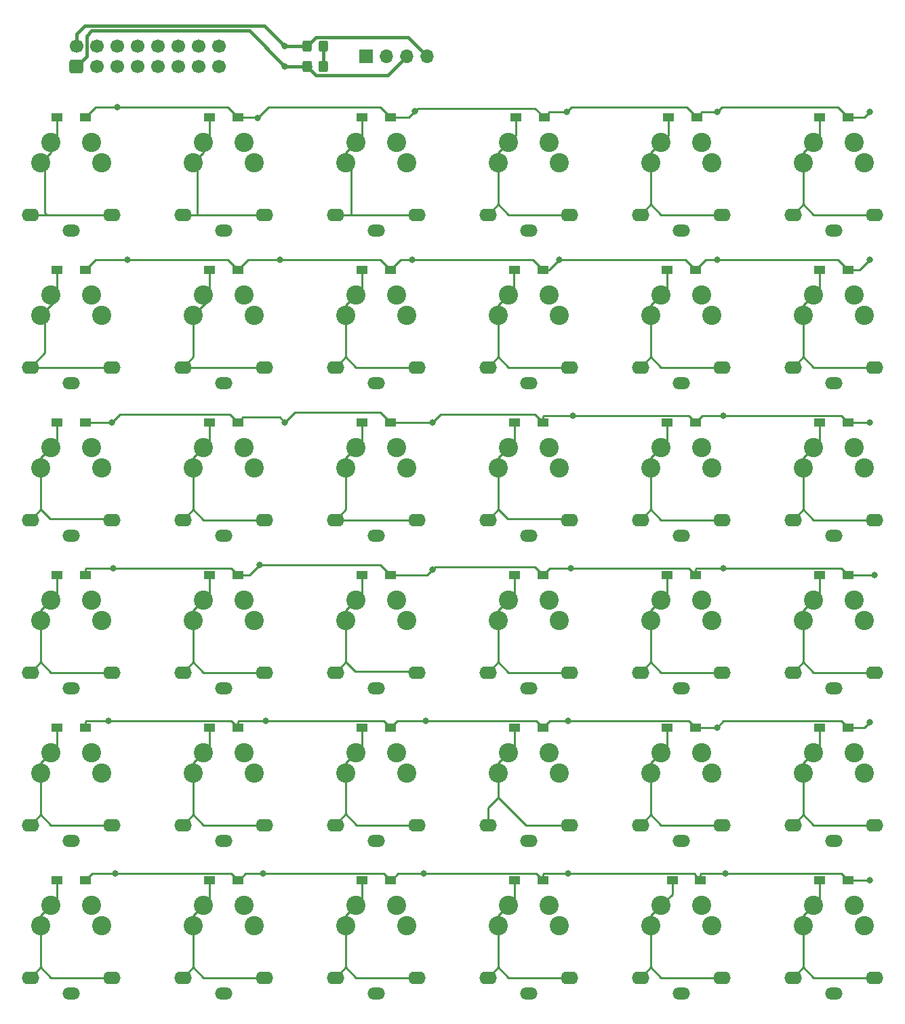
<source format=gtl>
%TF.GenerationSoftware,KiCad,Pcbnew,(5.1.12-1-10_14)*%
%TF.CreationDate,2021-11-18T22:14:17+08:00*%
%TF.ProjectId,Pragmatic,50726167-6d61-4746-9963-2e6b69636164,0.1*%
%TF.SameCoordinates,Original*%
%TF.FileFunction,Copper,L1,Top*%
%TF.FilePolarity,Positive*%
%FSLAX46Y46*%
G04 Gerber Fmt 4.6, Leading zero omitted, Abs format (unit mm)*
G04 Created by KiCad (PCBNEW (5.1.12-1-10_14)) date 2021-11-18 22:14:17*
%MOMM*%
%LPD*%
G01*
G04 APERTURE LIST*
%TA.AperFunction,ComponentPad*%
%ADD10O,1.700000X1.700000*%
%TD*%
%TA.AperFunction,ComponentPad*%
%ADD11R,1.700000X1.700000*%
%TD*%
%TA.AperFunction,ComponentPad*%
%ADD12C,2.400000*%
%TD*%
%TA.AperFunction,ComponentPad*%
%ADD13O,2.200000X1.600000*%
%TD*%
%TA.AperFunction,ComponentPad*%
%ADD14O,2.200000X1.500000*%
%TD*%
%TA.AperFunction,SMDPad,CuDef*%
%ADD15R,1.400000X1.000000*%
%TD*%
%TA.AperFunction,ComponentPad*%
%ADD16C,1.700000*%
%TD*%
%TA.AperFunction,ViaPad*%
%ADD17C,0.800000*%
%TD*%
%TA.AperFunction,Conductor*%
%ADD18C,0.250000*%
%TD*%
%TA.AperFunction,Conductor*%
%ADD19C,0.400000*%
%TD*%
G04 APERTURE END LIST*
D10*
X101600000Y-41275000D03*
X99060000Y-41275000D03*
X96520000Y-41275000D03*
D11*
X93980000Y-41275000D03*
%TA.AperFunction,SMDPad,CuDef*%
G36*
G01*
X88030000Y-42995001D02*
X88030000Y-42094999D01*
G75*
G02*
X88279999Y-41845000I249999J0D01*
G01*
X88980001Y-41845000D01*
G75*
G02*
X89230000Y-42094999I0J-249999D01*
G01*
X89230000Y-42995001D01*
G75*
G02*
X88980001Y-43245000I-249999J0D01*
G01*
X88279999Y-43245000D01*
G75*
G02*
X88030000Y-42995001I0J249999D01*
G01*
G37*
%TD.AperFunction*%
%TA.AperFunction,SMDPad,CuDef*%
G36*
G01*
X86030000Y-42995001D02*
X86030000Y-42094999D01*
G75*
G02*
X86279999Y-41845000I249999J0D01*
G01*
X86980001Y-41845000D01*
G75*
G02*
X87230000Y-42094999I0J-249999D01*
G01*
X87230000Y-42995001D01*
G75*
G02*
X86980001Y-43245000I-249999J0D01*
G01*
X86279999Y-43245000D01*
G75*
G02*
X86030000Y-42995001I0J249999D01*
G01*
G37*
%TD.AperFunction*%
%TA.AperFunction,SMDPad,CuDef*%
G36*
G01*
X88080000Y-40455001D02*
X88080000Y-39554999D01*
G75*
G02*
X88329999Y-39305000I249999J0D01*
G01*
X88980001Y-39305000D01*
G75*
G02*
X89230000Y-39554999I0J-249999D01*
G01*
X89230000Y-40455001D01*
G75*
G02*
X88980001Y-40705000I-249999J0D01*
G01*
X88329999Y-40705000D01*
G75*
G02*
X88080000Y-40455001I0J249999D01*
G01*
G37*
%TD.AperFunction*%
%TA.AperFunction,SMDPad,CuDef*%
G36*
G01*
X86030000Y-40455001D02*
X86030000Y-39554999D01*
G75*
G02*
X86279999Y-39305000I249999J0D01*
G01*
X86930001Y-39305000D01*
G75*
G02*
X87180000Y-39554999I0J-249999D01*
G01*
X87180000Y-40455001D01*
G75*
G02*
X86930001Y-40705000I-249999J0D01*
G01*
X86279999Y-40705000D01*
G75*
G02*
X86030000Y-40455001I0J249999D01*
G01*
G37*
%TD.AperFunction*%
D12*
X156210000Y-149860000D03*
D13*
X157500000Y-156300000D03*
D12*
X149860000Y-147320000D03*
X148590000Y-149860000D03*
D13*
X147300000Y-156300000D03*
D12*
X154940000Y-147320000D03*
X154940000Y-147320000D03*
D13*
X147300000Y-156300000D03*
D14*
X152400000Y-158300000D03*
D12*
X148590000Y-149860000D03*
X137160000Y-149860000D03*
D13*
X138450000Y-156300000D03*
D12*
X130810000Y-147320000D03*
X129540000Y-149860000D03*
D13*
X128250000Y-156300000D03*
D12*
X135890000Y-147320000D03*
X135890000Y-147320000D03*
D13*
X128250000Y-156300000D03*
D14*
X133350000Y-158300000D03*
D12*
X129540000Y-149860000D03*
X118110000Y-149860000D03*
D13*
X119400000Y-156300000D03*
D12*
X111760000Y-147320000D03*
X110490000Y-149860000D03*
D13*
X109200000Y-156300000D03*
D12*
X116840000Y-147320000D03*
X116840000Y-147320000D03*
D13*
X109200000Y-156300000D03*
D14*
X114300000Y-158300000D03*
D12*
X110490000Y-149860000D03*
X99060000Y-149860000D03*
D13*
X100350000Y-156300000D03*
D12*
X92710000Y-147320000D03*
X91440000Y-149860000D03*
D13*
X90150000Y-156300000D03*
D12*
X97790000Y-147320000D03*
X97790000Y-147320000D03*
D13*
X90150000Y-156300000D03*
D14*
X95250000Y-158300000D03*
D12*
X91440000Y-149860000D03*
X80010000Y-149860000D03*
D13*
X81300000Y-156300000D03*
D12*
X73660000Y-147320000D03*
X72390000Y-149860000D03*
D13*
X71100000Y-156300000D03*
D12*
X78740000Y-147320000D03*
X78740000Y-147320000D03*
D13*
X71100000Y-156300000D03*
D14*
X76200000Y-158300000D03*
D12*
X72390000Y-149860000D03*
X60960000Y-149860000D03*
D13*
X62250000Y-156300000D03*
D12*
X54610000Y-147320000D03*
X53340000Y-149860000D03*
D13*
X52050000Y-156300000D03*
D12*
X59690000Y-147320000D03*
X59690000Y-147320000D03*
D13*
X52050000Y-156300000D03*
D14*
X57150000Y-158300000D03*
D12*
X53340000Y-149860000D03*
X156210000Y-130810000D03*
D13*
X157500000Y-137250000D03*
D12*
X149860000Y-128270000D03*
X148590000Y-130810000D03*
D13*
X147300000Y-137250000D03*
D12*
X154940000Y-128270000D03*
X154940000Y-128270000D03*
D13*
X147300000Y-137250000D03*
D14*
X152400000Y-139250000D03*
D12*
X148590000Y-130810000D03*
X137160000Y-130810000D03*
D13*
X138450000Y-137250000D03*
D12*
X130810000Y-128270000D03*
X129540000Y-130810000D03*
D13*
X128250000Y-137250000D03*
D12*
X135890000Y-128270000D03*
X135890000Y-128270000D03*
D13*
X128250000Y-137250000D03*
D14*
X133350000Y-139250000D03*
D12*
X129540000Y-130810000D03*
X118110000Y-130810000D03*
D13*
X119400000Y-137250000D03*
D12*
X111760000Y-128270000D03*
X110490000Y-130810000D03*
D13*
X109200000Y-137250000D03*
D12*
X116840000Y-128270000D03*
X116840000Y-128270000D03*
D13*
X109200000Y-137250000D03*
D14*
X114300000Y-139250000D03*
D12*
X110490000Y-130810000D03*
X99060000Y-130810000D03*
D13*
X100350000Y-137250000D03*
D12*
X92710000Y-128270000D03*
X91440000Y-130810000D03*
D13*
X90150000Y-137250000D03*
D12*
X97790000Y-128270000D03*
X97790000Y-128270000D03*
D13*
X90150000Y-137250000D03*
D14*
X95250000Y-139250000D03*
D12*
X91440000Y-130810000D03*
X80010000Y-130810000D03*
D13*
X81300000Y-137250000D03*
D12*
X73660000Y-128270000D03*
X72390000Y-130810000D03*
D13*
X71100000Y-137250000D03*
D12*
X78740000Y-128270000D03*
X78740000Y-128270000D03*
D13*
X71100000Y-137250000D03*
D14*
X76200000Y-139250000D03*
D12*
X72390000Y-130810000D03*
X60960000Y-130810000D03*
D13*
X62250000Y-137250000D03*
D12*
X54610000Y-128270000D03*
X53340000Y-130810000D03*
D13*
X52050000Y-137250000D03*
D12*
X59690000Y-128270000D03*
X59690000Y-128270000D03*
D13*
X52050000Y-137250000D03*
D14*
X57150000Y-139250000D03*
D12*
X53340000Y-130810000D03*
X156210000Y-111760000D03*
D13*
X157500000Y-118200000D03*
D12*
X149860000Y-109220000D03*
X148590000Y-111760000D03*
D13*
X147300000Y-118200000D03*
D12*
X154940000Y-109220000D03*
X154940000Y-109220000D03*
D13*
X147300000Y-118200000D03*
D14*
X152400000Y-120200000D03*
D12*
X148590000Y-111760000D03*
X137160000Y-111760000D03*
D13*
X138450000Y-118200000D03*
D12*
X130810000Y-109220000D03*
X129540000Y-111760000D03*
D13*
X128250000Y-118200000D03*
D12*
X135890000Y-109220000D03*
X135890000Y-109220000D03*
D13*
X128250000Y-118200000D03*
D14*
X133350000Y-120200000D03*
D12*
X129540000Y-111760000D03*
X118110000Y-111760000D03*
D13*
X119400000Y-118200000D03*
D12*
X111760000Y-109220000D03*
X110490000Y-111760000D03*
D13*
X109200000Y-118200000D03*
D12*
X116840000Y-109220000D03*
X116840000Y-109220000D03*
D13*
X109200000Y-118200000D03*
D14*
X114300000Y-120200000D03*
D12*
X110490000Y-111760000D03*
X99060000Y-111760000D03*
D13*
X100350000Y-118200000D03*
D12*
X92710000Y-109220000D03*
X91440000Y-111760000D03*
D13*
X90150000Y-118200000D03*
D12*
X97790000Y-109220000D03*
X97790000Y-109220000D03*
D13*
X90150000Y-118200000D03*
D14*
X95250000Y-120200000D03*
D12*
X91440000Y-111760000D03*
X80010000Y-111760000D03*
D13*
X81300000Y-118200000D03*
D12*
X73660000Y-109220000D03*
X72390000Y-111760000D03*
D13*
X71100000Y-118200000D03*
D12*
X78740000Y-109220000D03*
X78740000Y-109220000D03*
D13*
X71100000Y-118200000D03*
D14*
X76200000Y-120200000D03*
D12*
X72390000Y-111760000D03*
X60960000Y-111760000D03*
D13*
X62250000Y-118200000D03*
D12*
X54610000Y-109220000D03*
X53340000Y-111760000D03*
D13*
X52050000Y-118200000D03*
D12*
X59690000Y-109220000D03*
X59690000Y-109220000D03*
D13*
X52050000Y-118200000D03*
D14*
X57150000Y-120200000D03*
D12*
X53340000Y-111760000D03*
X156210000Y-92710000D03*
D13*
X157500000Y-99150000D03*
D12*
X149860000Y-90170000D03*
X148590000Y-92710000D03*
D13*
X147300000Y-99150000D03*
D12*
X154940000Y-90170000D03*
X154940000Y-90170000D03*
D13*
X147300000Y-99150000D03*
D14*
X152400000Y-101150000D03*
D12*
X148590000Y-92710000D03*
X137160000Y-92710000D03*
D13*
X138450000Y-99150000D03*
D12*
X130810000Y-90170000D03*
X129540000Y-92710000D03*
D13*
X128250000Y-99150000D03*
D12*
X135890000Y-90170000D03*
X135890000Y-90170000D03*
D13*
X128250000Y-99150000D03*
D14*
X133350000Y-101150000D03*
D12*
X129540000Y-92710000D03*
X118110000Y-92710000D03*
D13*
X119400000Y-99150000D03*
D12*
X111760000Y-90170000D03*
X110490000Y-92710000D03*
D13*
X109200000Y-99150000D03*
D12*
X116840000Y-90170000D03*
X116840000Y-90170000D03*
D13*
X109200000Y-99150000D03*
D14*
X114300000Y-101150000D03*
D12*
X110490000Y-92710000D03*
X99060000Y-92710000D03*
D13*
X100350000Y-99150000D03*
D12*
X92710000Y-90170000D03*
X91440000Y-92710000D03*
D13*
X90150000Y-99150000D03*
D12*
X97790000Y-90170000D03*
X97790000Y-90170000D03*
D13*
X90150000Y-99150000D03*
D14*
X95250000Y-101150000D03*
D12*
X91440000Y-92710000D03*
X80010000Y-92710000D03*
D13*
X81300000Y-99150000D03*
D12*
X73660000Y-90170000D03*
X72390000Y-92710000D03*
D13*
X71100000Y-99150000D03*
D12*
X78740000Y-90170000D03*
X78740000Y-90170000D03*
D13*
X71100000Y-99150000D03*
D14*
X76200000Y-101150000D03*
D12*
X72390000Y-92710000D03*
X60960000Y-92710000D03*
D13*
X62250000Y-99150000D03*
D12*
X54610000Y-90170000D03*
X53340000Y-92710000D03*
D13*
X52050000Y-99150000D03*
D12*
X59690000Y-90170000D03*
X59690000Y-90170000D03*
D13*
X52050000Y-99150000D03*
D14*
X57150000Y-101150000D03*
D12*
X53340000Y-92710000D03*
X156210000Y-73660000D03*
D13*
X157500000Y-80100000D03*
D12*
X149860000Y-71120000D03*
X148590000Y-73660000D03*
D13*
X147300000Y-80100000D03*
D12*
X154940000Y-71120000D03*
X154940000Y-71120000D03*
D13*
X147300000Y-80100000D03*
D14*
X152400000Y-82100000D03*
D12*
X148590000Y-73660000D03*
X137160000Y-73660000D03*
D13*
X138450000Y-80100000D03*
D12*
X130810000Y-71120000D03*
X129540000Y-73660000D03*
D13*
X128250000Y-80100000D03*
D12*
X135890000Y-71120000D03*
X135890000Y-71120000D03*
D13*
X128250000Y-80100000D03*
D14*
X133350000Y-82100000D03*
D12*
X129540000Y-73660000D03*
X118110000Y-73660000D03*
D13*
X119400000Y-80100000D03*
D12*
X111760000Y-71120000D03*
X110490000Y-73660000D03*
D13*
X109200000Y-80100000D03*
D12*
X116840000Y-71120000D03*
X116840000Y-71120000D03*
D13*
X109200000Y-80100000D03*
D14*
X114300000Y-82100000D03*
D12*
X110490000Y-73660000D03*
X99060000Y-73660000D03*
D13*
X100350000Y-80100000D03*
D12*
X92710000Y-71120000D03*
X91440000Y-73660000D03*
D13*
X90150000Y-80100000D03*
D12*
X97790000Y-71120000D03*
X97790000Y-71120000D03*
D13*
X90150000Y-80100000D03*
D14*
X95250000Y-82100000D03*
D12*
X91440000Y-73660000D03*
X156210000Y-54610000D03*
D13*
X157500000Y-61050000D03*
D12*
X149860000Y-52070000D03*
X148590000Y-54610000D03*
D13*
X147300000Y-61050000D03*
D12*
X154940000Y-52070000D03*
X154940000Y-52070000D03*
D13*
X147300000Y-61050000D03*
D14*
X152400000Y-63050000D03*
D12*
X148590000Y-54610000D03*
X137160000Y-54610000D03*
D13*
X138450000Y-61050000D03*
D12*
X130810000Y-52070000D03*
X129540000Y-54610000D03*
D13*
X128250000Y-61050000D03*
D12*
X135890000Y-52070000D03*
X135890000Y-52070000D03*
D13*
X128250000Y-61050000D03*
D14*
X133350000Y-63050000D03*
D12*
X129540000Y-54610000D03*
X118110000Y-54610000D03*
D13*
X119400000Y-61050000D03*
D12*
X111760000Y-52070000D03*
X110490000Y-54610000D03*
D13*
X109200000Y-61050000D03*
D12*
X116840000Y-52070000D03*
X116840000Y-52070000D03*
D13*
X109200000Y-61050000D03*
D14*
X114300000Y-63050000D03*
D12*
X110490000Y-54610000D03*
X99060000Y-54610000D03*
D13*
X100350000Y-61050000D03*
D12*
X92710000Y-52070000D03*
X91440000Y-54610000D03*
D13*
X90150000Y-61050000D03*
D12*
X97790000Y-52070000D03*
X97790000Y-52070000D03*
D13*
X90150000Y-61050000D03*
D14*
X95250000Y-63050000D03*
D12*
X91440000Y-54610000D03*
D15*
X150625000Y-144145000D03*
X154175000Y-144145000D03*
X132210000Y-144145000D03*
X135760000Y-144145000D03*
X112525000Y-144145000D03*
X116075000Y-144145000D03*
X93475000Y-144145000D03*
X97025000Y-144145000D03*
X74425000Y-144145000D03*
X77975000Y-144145000D03*
X55375000Y-144145000D03*
X58925000Y-144145000D03*
X150625000Y-125095000D03*
X154175000Y-125095000D03*
X131575000Y-125095000D03*
X135125000Y-125095000D03*
X112525000Y-125095000D03*
X116075000Y-125095000D03*
X93475000Y-125095000D03*
X97025000Y-125095000D03*
X74425000Y-125095000D03*
X77975000Y-125095000D03*
X55375000Y-125095000D03*
X58925000Y-125095000D03*
X150625000Y-106045000D03*
X154175000Y-106045000D03*
X131575000Y-106045000D03*
X135125000Y-106045000D03*
X112525000Y-106045000D03*
X116075000Y-106045000D03*
X93475000Y-106045000D03*
X97025000Y-106045000D03*
X74425000Y-106045000D03*
X77975000Y-106045000D03*
X55375000Y-106045000D03*
X58925000Y-106045000D03*
X150625000Y-86995000D03*
X154175000Y-86995000D03*
X131575000Y-86995000D03*
X135125000Y-86995000D03*
X112525000Y-86995000D03*
X116075000Y-86995000D03*
X93475000Y-86995000D03*
X97025000Y-86995000D03*
X74425000Y-86995000D03*
X77975000Y-86995000D03*
X55375000Y-86995000D03*
X58925000Y-86995000D03*
X150625000Y-67945000D03*
X154175000Y-67945000D03*
X131575000Y-67945000D03*
X135125000Y-67945000D03*
X112525000Y-67945000D03*
X116075000Y-67945000D03*
X93475000Y-67945000D03*
X97025000Y-67945000D03*
X150625000Y-48895000D03*
X154175000Y-48895000D03*
X131705000Y-48895000D03*
X135255000Y-48895000D03*
X112655000Y-48895000D03*
X116205000Y-48895000D03*
X93475000Y-48895000D03*
X97025000Y-48895000D03*
D12*
X80010000Y-73660000D03*
D13*
X81300000Y-80100000D03*
D12*
X73660000Y-71120000D03*
X72390000Y-73660000D03*
D13*
X71100000Y-80100000D03*
D12*
X78740000Y-71120000D03*
X78740000Y-71120000D03*
D13*
X71100000Y-80100000D03*
D14*
X76200000Y-82100000D03*
D12*
X72390000Y-73660000D03*
X60960000Y-73660000D03*
D13*
X62250000Y-80100000D03*
D12*
X54610000Y-71120000D03*
X53340000Y-73660000D03*
D13*
X52050000Y-80100000D03*
D12*
X59690000Y-71120000D03*
X59690000Y-71120000D03*
D13*
X52050000Y-80100000D03*
D14*
X57150000Y-82100000D03*
D12*
X53340000Y-73660000D03*
X80010000Y-54610000D03*
D13*
X81300000Y-61050000D03*
D12*
X73660000Y-52070000D03*
X72390000Y-54610000D03*
D13*
X71100000Y-61050000D03*
D12*
X78740000Y-52070000D03*
X78740000Y-52070000D03*
D13*
X71100000Y-61050000D03*
D14*
X76200000Y-63050000D03*
D12*
X72390000Y-54610000D03*
X60960000Y-54610000D03*
D13*
X62250000Y-61050000D03*
D12*
X54610000Y-52070000D03*
X53340000Y-54610000D03*
D13*
X52050000Y-61050000D03*
D12*
X59690000Y-52070000D03*
X59690000Y-52070000D03*
D13*
X52050000Y-61050000D03*
D14*
X57150000Y-63050000D03*
D12*
X53340000Y-54610000D03*
D15*
X74425000Y-67945000D03*
X77975000Y-67945000D03*
X55375000Y-67945000D03*
X58925000Y-67945000D03*
X74425000Y-48895000D03*
X77975000Y-48895000D03*
X55375000Y-48895000D03*
X58925000Y-48895000D03*
D16*
X75565000Y-40005000D03*
X73025000Y-40005000D03*
X70485000Y-40005000D03*
X67945000Y-40005000D03*
X65405000Y-40005000D03*
X62865000Y-40005000D03*
X60325000Y-40005000D03*
X57785000Y-40005000D03*
X75565000Y-42545000D03*
X73025000Y-42545000D03*
X70485000Y-42545000D03*
X67945000Y-42545000D03*
X65405000Y-42545000D03*
X62865000Y-42545000D03*
X60325000Y-42545000D03*
%TA.AperFunction,ComponentPad*%
G36*
G01*
X58385000Y-43395000D02*
X57185000Y-43395000D01*
G75*
G02*
X56935000Y-43145000I0J250000D01*
G01*
X56935000Y-41945000D01*
G75*
G02*
X57185000Y-41695000I250000J0D01*
G01*
X58385000Y-41695000D01*
G75*
G02*
X58635000Y-41945000I0J-250000D01*
G01*
X58635000Y-43145000D01*
G75*
G02*
X58385000Y-43395000I-250000J0D01*
G01*
G37*
%TD.AperFunction*%
D17*
X62865000Y-47625000D03*
X80454999Y-48960087D03*
X118998988Y-48260000D03*
X137794992Y-48260000D03*
X156845000Y-48260000D03*
X100076000Y-48165021D03*
X83185000Y-66675000D03*
X64135000Y-66675000D03*
X99695000Y-66675000D03*
X118110000Y-66675000D03*
X137795000Y-66675000D03*
X156845000Y-66675000D03*
X83820000Y-42545000D03*
X83820000Y-86995000D03*
X62230022Y-86995000D03*
X102235000Y-86995000D03*
X119824999Y-86169999D03*
X138620001Y-86169999D03*
X156845000Y-86995000D03*
X83820000Y-40005000D03*
X102235000Y-105409982D03*
X62420001Y-105219999D03*
X80645000Y-104775000D03*
X119570001Y-105219999D03*
X138620001Y-105219999D03*
X157480000Y-106045000D03*
X61785001Y-124269999D03*
X81470001Y-124269999D03*
X101409999Y-124269999D03*
X119189999Y-124269999D03*
X137795000Y-125095000D03*
X156845000Y-124460000D03*
X62674999Y-143319999D03*
X81089999Y-143319999D03*
X101155001Y-143319999D03*
X119189999Y-143319999D03*
X138874999Y-143319999D03*
X156845000Y-144145000D03*
X88655000Y-40005000D03*
D18*
X55375000Y-48895000D02*
X55375000Y-51305000D01*
X54610000Y-52070000D02*
X54610000Y-53340000D01*
X54610000Y-53340000D02*
X53340000Y-54610000D01*
X55375000Y-51305000D02*
X54610000Y-52070000D01*
X52050000Y-61050000D02*
X62250000Y-61050000D01*
X53848000Y-60833000D02*
X54065000Y-61050000D01*
X54065000Y-61050000D02*
X53885000Y-61050000D01*
X53848000Y-55118000D02*
X53848000Y-60833000D01*
X53340000Y-54610000D02*
X53848000Y-55118000D01*
X76705000Y-47625000D02*
X77975000Y-48895000D01*
X60195000Y-47625000D02*
X76705000Y-47625000D01*
X58925000Y-48895000D02*
X60195000Y-47625000D01*
X135255000Y-48895000D02*
X135255000Y-49010000D01*
X77975000Y-48895000D02*
X80389912Y-48895000D01*
X80389912Y-48895000D02*
X80454999Y-48960087D01*
X97025000Y-48895000D02*
X95755000Y-47625000D01*
X81790086Y-47625000D02*
X80454999Y-48960087D01*
X95755000Y-47625000D02*
X81790086Y-47625000D01*
X116840000Y-48260000D02*
X118998988Y-48260000D01*
X116205000Y-48895000D02*
X116840000Y-48260000D01*
X135890000Y-48260000D02*
X137794992Y-48260000D01*
X135255000Y-48895000D02*
X135890000Y-48260000D01*
X156210000Y-48895000D02*
X156845000Y-48260000D01*
X154175000Y-48895000D02*
X156210000Y-48895000D01*
X119633988Y-47625000D02*
X118998988Y-48260000D01*
X133985000Y-47625000D02*
X119633988Y-47625000D01*
X135255000Y-48895000D02*
X133985000Y-47625000D01*
X152905000Y-47625000D02*
X154175000Y-48895000D01*
X138429992Y-47625000D02*
X152905000Y-47625000D01*
X137794992Y-48260000D02*
X138429992Y-47625000D01*
X115075022Y-47765022D02*
X100475999Y-47765022D01*
X97025000Y-48895000D02*
X99346021Y-48895000D01*
X99346021Y-48895000D02*
X100076000Y-48165021D01*
X100475999Y-47765022D02*
X100076000Y-48165021D01*
X116205000Y-48895000D02*
X115075022Y-47765022D01*
X71100000Y-61050000D02*
X81300000Y-61050000D01*
X72898000Y-60960000D02*
X72808000Y-61050000D01*
X72898000Y-55118000D02*
X72898000Y-60960000D01*
X72390000Y-54610000D02*
X72898000Y-55118000D01*
X73660000Y-53340000D02*
X72390000Y-54610000D01*
X73660000Y-52070000D02*
X73660000Y-53340000D01*
X74425000Y-51305000D02*
X73660000Y-52070000D01*
X74425000Y-48895000D02*
X74425000Y-51305000D01*
X55375000Y-71625000D02*
X53340000Y-73660000D01*
X55375000Y-67945000D02*
X55375000Y-71625000D01*
X52050000Y-80100000D02*
X62250000Y-80100000D01*
X53848000Y-78302000D02*
X52050000Y-80100000D01*
X53848000Y-74168000D02*
X53848000Y-78302000D01*
X53340000Y-73660000D02*
X53848000Y-74168000D01*
X79245000Y-66675000D02*
X83185000Y-66675000D01*
X77975000Y-67945000D02*
X79245000Y-66675000D01*
X60195000Y-66675000D02*
X76705000Y-66675000D01*
X76705000Y-66675000D02*
X77975000Y-67945000D01*
X58925000Y-67945000D02*
X60195000Y-66675000D01*
X95755000Y-66675000D02*
X97025000Y-67945000D01*
X83185000Y-66675000D02*
X95755000Y-66675000D01*
X114805000Y-66675000D02*
X116075000Y-67945000D01*
X97025000Y-67945000D02*
X98295000Y-66675000D01*
X98295000Y-66675000D02*
X99695000Y-66675000D01*
X99695000Y-66675000D02*
X114805000Y-66675000D01*
X133855000Y-66675000D02*
X135125000Y-67945000D01*
X118110000Y-66675000D02*
X133855000Y-66675000D01*
X116840000Y-67945000D02*
X118110000Y-66675000D01*
X116075000Y-67945000D02*
X116840000Y-67945000D01*
X152905000Y-66675000D02*
X154175000Y-67945000D01*
X135125000Y-67945000D02*
X136395000Y-66675000D01*
X136395000Y-66675000D02*
X137795000Y-66675000D01*
X137795000Y-66675000D02*
X152905000Y-66675000D01*
X155575000Y-67945000D02*
X154175000Y-67945000D01*
X156845000Y-66675000D02*
X155575000Y-67945000D01*
X74425000Y-71625000D02*
X72390000Y-73660000D01*
X74425000Y-67945000D02*
X74425000Y-71625000D01*
X72390000Y-78810000D02*
X71100000Y-80100000D01*
X72390000Y-73660000D02*
X72390000Y-78810000D01*
X71100000Y-80100000D02*
X81300000Y-80100000D01*
D19*
X86995000Y-42545000D02*
X83820000Y-42545000D01*
X96689990Y-43645010D02*
X87730010Y-43645010D01*
X87730010Y-43645010D02*
X86630000Y-42545000D01*
X99060000Y-41275000D02*
X96689990Y-43645010D01*
X59690000Y-38100000D02*
X79375000Y-38100000D01*
X59055000Y-38735000D02*
X59690000Y-38100000D01*
X79375000Y-38100000D02*
X83820000Y-42545000D01*
X59055000Y-41275000D02*
X59055000Y-38735000D01*
X57785000Y-42545000D02*
X59055000Y-41275000D01*
D18*
X83185000Y-86360000D02*
X83820000Y-86995000D01*
X78610000Y-86360000D02*
X83185000Y-86360000D01*
X77975000Y-86995000D02*
X78610000Y-86360000D01*
X58925000Y-86995000D02*
X62230022Y-86995000D01*
X76940001Y-85960001D02*
X63265021Y-85960001D01*
X77975000Y-86995000D02*
X76940001Y-85960001D01*
X63265021Y-85960001D02*
X62230022Y-86995000D01*
X85090000Y-85725000D02*
X83820000Y-86995000D01*
X95755000Y-85725000D02*
X85090000Y-85725000D01*
X97025000Y-86995000D02*
X95755000Y-85725000D01*
X103269999Y-85960001D02*
X102235000Y-86995000D01*
X115040001Y-85960001D02*
X103269999Y-85960001D01*
X116075000Y-86995000D02*
X115040001Y-85960001D01*
X97025000Y-86995000D02*
X102235000Y-86995000D01*
X134299999Y-86169999D02*
X135125000Y-86995000D01*
X116075000Y-86245000D02*
X116150001Y-86169999D01*
X116075000Y-86995000D02*
X116075000Y-86245000D01*
X119824999Y-86169999D02*
X134299999Y-86169999D01*
X116150001Y-86169999D02*
X119824999Y-86169999D01*
X153349999Y-86169999D02*
X154175000Y-86995000D01*
X135125000Y-86995000D02*
X135950001Y-86169999D01*
X138620001Y-86169999D02*
X153349999Y-86169999D01*
X135950001Y-86169999D02*
X138620001Y-86169999D01*
X154175000Y-86995000D02*
X156845000Y-86995000D01*
D19*
X86605000Y-40005000D02*
X83820000Y-40005000D01*
X87705010Y-38904990D02*
X86605000Y-40005000D01*
X99229990Y-38904990D02*
X87705010Y-38904990D01*
X101600000Y-41275000D02*
X99229990Y-38904990D01*
X57785000Y-38521457D02*
X58806468Y-37499989D01*
X81314989Y-37499989D02*
X83820000Y-40005000D01*
X57785000Y-40005000D02*
X57785000Y-38521457D01*
X58806468Y-37499989D02*
X81314989Y-37499989D01*
D18*
X77149999Y-105219999D02*
X77975000Y-106045000D01*
X58925000Y-105295000D02*
X59000001Y-105219999D01*
X58925000Y-106045000D02*
X58925000Y-105295000D01*
X62420001Y-105219999D02*
X77149999Y-105219999D01*
X59000001Y-105219999D02*
X62420001Y-105219999D01*
X79375000Y-106045000D02*
X80645000Y-104775000D01*
X77975000Y-106045000D02*
X79375000Y-106045000D01*
X95755000Y-104775000D02*
X97025000Y-106045000D01*
X80645000Y-104775000D02*
X95755000Y-104775000D01*
X101599982Y-106045000D02*
X102235000Y-105409982D01*
X97025000Y-106045000D02*
X101599982Y-106045000D01*
X102634999Y-105009983D02*
X115039983Y-105009983D01*
X115039983Y-105009983D02*
X116075000Y-106045000D01*
X102235000Y-105409982D02*
X102634999Y-105009983D01*
X134299999Y-105219999D02*
X135125000Y-106045000D01*
X116075000Y-106045000D02*
X116900001Y-105219999D01*
X119570001Y-105219999D02*
X134299999Y-105219999D01*
X116900001Y-105219999D02*
X119570001Y-105219999D01*
X153349999Y-105219999D02*
X154175000Y-106045000D01*
X135125000Y-105295000D02*
X135200001Y-105219999D01*
X135125000Y-106045000D02*
X135125000Y-105295000D01*
X138620001Y-105219999D02*
X153349999Y-105219999D01*
X135200001Y-105219999D02*
X138620001Y-105219999D01*
X157480000Y-106045000D02*
X154175000Y-106045000D01*
X58925000Y-124345000D02*
X59000001Y-124269999D01*
X77149999Y-124269999D02*
X77975000Y-125095000D01*
X58925000Y-125095000D02*
X58925000Y-124345000D01*
X61785001Y-124269999D02*
X77149999Y-124269999D01*
X59000001Y-124269999D02*
X61785001Y-124269999D01*
X96199999Y-124269999D02*
X97025000Y-125095000D01*
X77975000Y-124345000D02*
X78050001Y-124269999D01*
X77975000Y-125095000D02*
X77975000Y-124345000D01*
X81470001Y-124269999D02*
X96199999Y-124269999D01*
X78050001Y-124269999D02*
X81470001Y-124269999D01*
X115249999Y-124269999D02*
X116075000Y-125095000D01*
X97025000Y-125095000D02*
X97850001Y-124269999D01*
X101409999Y-124269999D02*
X115249999Y-124269999D01*
X97850001Y-124269999D02*
X101409999Y-124269999D01*
X134299999Y-124269999D02*
X135125000Y-125095000D01*
X116075000Y-125095000D02*
X116900001Y-124269999D01*
X119189999Y-124269999D02*
X134299999Y-124269999D01*
X116900001Y-124269999D02*
X119189999Y-124269999D01*
X137795000Y-125095000D02*
X135125000Y-125095000D01*
X138620001Y-124269999D02*
X153349999Y-124269999D01*
X153349999Y-124269999D02*
X154175000Y-125095000D01*
X137795000Y-125095000D02*
X138620001Y-124269999D01*
X156210000Y-125095000D02*
X154175000Y-125095000D01*
X156845000Y-124460000D02*
X156210000Y-125095000D01*
X77149999Y-143319999D02*
X77975000Y-144145000D01*
X58925000Y-144145000D02*
X59750001Y-143319999D01*
X62674999Y-143319999D02*
X77149999Y-143319999D01*
X59750001Y-143319999D02*
X62674999Y-143319999D01*
X77975000Y-144145000D02*
X78105000Y-144145000D01*
X96199999Y-143319999D02*
X97025000Y-144145000D01*
X78105000Y-144145000D02*
X78930001Y-143319999D01*
X81089999Y-143319999D02*
X96199999Y-143319999D01*
X78930001Y-143319999D02*
X81089999Y-143319999D01*
X97025000Y-144145000D02*
X97155000Y-144145000D01*
X115249999Y-143319999D02*
X116075000Y-144145000D01*
X97155000Y-144145000D02*
X97980001Y-143319999D01*
X101155001Y-143319999D02*
X115249999Y-143319999D01*
X97980001Y-143319999D02*
X101155001Y-143319999D01*
X134934999Y-143319999D02*
X135760000Y-144145000D01*
X116075000Y-143395000D02*
X116150001Y-143319999D01*
X116075000Y-144145000D02*
X116075000Y-143395000D01*
X119189999Y-143319999D02*
X134934999Y-143319999D01*
X116150001Y-143319999D02*
X119189999Y-143319999D01*
X153349999Y-143319999D02*
X154175000Y-144145000D01*
X135835001Y-143319999D02*
X153349999Y-143319999D01*
X135760000Y-143395000D02*
X135835001Y-143319999D01*
X135760000Y-144145000D02*
X135760000Y-143395000D01*
X154175000Y-144145000D02*
X156845000Y-144145000D01*
D19*
X88655000Y-42520000D02*
X88630000Y-42545000D01*
X88655000Y-40005000D02*
X88655000Y-42520000D01*
D18*
X93475000Y-51305000D02*
X92710000Y-52070000D01*
X93475000Y-48895000D02*
X93475000Y-51305000D01*
X91440000Y-53340000D02*
X91440000Y-54610000D01*
X92710000Y-52070000D02*
X91440000Y-53340000D01*
X90150000Y-61050000D02*
X100350000Y-61050000D01*
X92075000Y-55245000D02*
X92075000Y-60960000D01*
X91440000Y-54610000D02*
X92075000Y-55245000D01*
X112655000Y-51175000D02*
X111760000Y-52070000D01*
X112655000Y-48895000D02*
X112655000Y-51175000D01*
X110490000Y-53340000D02*
X110490000Y-54610000D01*
X111760000Y-52070000D02*
X110490000Y-53340000D01*
X110490000Y-59760000D02*
X109200000Y-61050000D01*
X110490000Y-54610000D02*
X110490000Y-59760000D01*
X111780000Y-61050000D02*
X119400000Y-61050000D01*
X110490000Y-59760000D02*
X111780000Y-61050000D01*
X131705000Y-51175000D02*
X130810000Y-52070000D01*
X131705000Y-48895000D02*
X131705000Y-51175000D01*
X129540000Y-53340000D02*
X129540000Y-54610000D01*
X130810000Y-52070000D02*
X129540000Y-53340000D01*
X129540000Y-59760000D02*
X128250000Y-61050000D01*
X129540000Y-54610000D02*
X129540000Y-59760000D01*
X130830000Y-61050000D02*
X138450000Y-61050000D01*
X129540000Y-59760000D02*
X130830000Y-61050000D01*
X150625000Y-51305000D02*
X149860000Y-52070000D01*
X150625000Y-48895000D02*
X150625000Y-51305000D01*
X148590000Y-53340000D02*
X148590000Y-54610000D01*
X149860000Y-52070000D02*
X148590000Y-53340000D01*
X148590000Y-59760000D02*
X147300000Y-61050000D01*
X148590000Y-54610000D02*
X148590000Y-59760000D01*
X149880000Y-61050000D02*
X157500000Y-61050000D01*
X148590000Y-59760000D02*
X149880000Y-61050000D01*
X93475000Y-70355000D02*
X92710000Y-71120000D01*
X93475000Y-67945000D02*
X93475000Y-70355000D01*
X91440000Y-72390000D02*
X91440000Y-73660000D01*
X92710000Y-71120000D02*
X91440000Y-72390000D01*
X91440000Y-78810000D02*
X90150000Y-80100000D01*
X91440000Y-73660000D02*
X91440000Y-78810000D01*
X92730000Y-80100000D02*
X100350000Y-80100000D01*
X91440000Y-78810000D02*
X92730000Y-80100000D01*
X112525000Y-67945000D02*
X112395000Y-67945000D01*
X112395000Y-70485000D02*
X111760000Y-71120000D01*
X112395000Y-67945000D02*
X112395000Y-70485000D01*
X110490000Y-72390000D02*
X110490000Y-73660000D01*
X111760000Y-71120000D02*
X110490000Y-72390000D01*
X110490000Y-78810000D02*
X109200000Y-80100000D01*
X110490000Y-73660000D02*
X110490000Y-78810000D01*
X111780000Y-80100000D02*
X119400000Y-80100000D01*
X110490000Y-78810000D02*
X111780000Y-80100000D01*
X131575000Y-70355000D02*
X130810000Y-71120000D01*
X131575000Y-67945000D02*
X131575000Y-70355000D01*
X129540000Y-72390000D02*
X129540000Y-73660000D01*
X130810000Y-71120000D02*
X129540000Y-72390000D01*
X129540000Y-78810000D02*
X128250000Y-80100000D01*
X129540000Y-73660000D02*
X129540000Y-78810000D01*
X130830000Y-80100000D02*
X138450000Y-80100000D01*
X129540000Y-78810000D02*
X130830000Y-80100000D01*
X148590000Y-72390000D02*
X148590000Y-73660000D01*
X149860000Y-71120000D02*
X148590000Y-72390000D01*
X148590000Y-78810000D02*
X147300000Y-80100000D01*
X148590000Y-73660000D02*
X148590000Y-78810000D01*
X149880000Y-80100000D02*
X157500000Y-80100000D01*
X148590000Y-78810000D02*
X149880000Y-80100000D01*
X150625000Y-70355000D02*
X149860000Y-71120000D01*
X150625000Y-67945000D02*
X150625000Y-70355000D01*
X55375000Y-89405000D02*
X54610000Y-90170000D01*
X55375000Y-86995000D02*
X55375000Y-89405000D01*
X53340000Y-91440000D02*
X53340000Y-92710000D01*
X54610000Y-90170000D02*
X53340000Y-91440000D01*
X53340000Y-97860000D02*
X52050000Y-99150000D01*
X53340000Y-92710000D02*
X53340000Y-97860000D01*
X62160000Y-99060000D02*
X62250000Y-99150000D01*
X54540000Y-99060000D02*
X62160000Y-99060000D01*
X53340000Y-97860000D02*
X54540000Y-99060000D01*
X74425000Y-89405000D02*
X73660000Y-90170000D01*
X74425000Y-86995000D02*
X74425000Y-89405000D01*
X72390000Y-91440000D02*
X72390000Y-92710000D01*
X73660000Y-90170000D02*
X72390000Y-91440000D01*
X72390000Y-97860000D02*
X71100000Y-99150000D01*
X72390000Y-92710000D02*
X72390000Y-97860000D01*
X73680000Y-99150000D02*
X81300000Y-99150000D01*
X72390000Y-97860000D02*
X73680000Y-99150000D01*
X93475000Y-89405000D02*
X92710000Y-90170000D01*
X93475000Y-86995000D02*
X93475000Y-89405000D01*
X91440000Y-91440000D02*
X91440000Y-92710000D01*
X92710000Y-90170000D02*
X91440000Y-91440000D01*
X91440000Y-97860000D02*
X90150000Y-99150000D01*
X91440000Y-92710000D02*
X91440000Y-97860000D01*
X90150000Y-99150000D02*
X100350000Y-99150000D01*
X112525000Y-89405000D02*
X111760000Y-90170000D01*
X112525000Y-86995000D02*
X112525000Y-89405000D01*
X110490000Y-91440000D02*
X110490000Y-92710000D01*
X111760000Y-90170000D02*
X110490000Y-91440000D01*
X110490000Y-97860000D02*
X109200000Y-99150000D01*
X110490000Y-92710000D02*
X110490000Y-97860000D01*
X119310000Y-99060000D02*
X119400000Y-99150000D01*
X111690000Y-99060000D02*
X119310000Y-99060000D01*
X110490000Y-97860000D02*
X111690000Y-99060000D01*
X131575000Y-89405000D02*
X130810000Y-90170000D01*
X131575000Y-86995000D02*
X131575000Y-89405000D01*
X129540000Y-91440000D02*
X129540000Y-92710000D01*
X130810000Y-90170000D02*
X129540000Y-91440000D01*
X129540000Y-97860000D02*
X128250000Y-99150000D01*
X129540000Y-92710000D02*
X129540000Y-97860000D01*
X130830000Y-99150000D02*
X138450000Y-99150000D01*
X129540000Y-97860000D02*
X130830000Y-99150000D01*
X150625000Y-89405000D02*
X149860000Y-90170000D01*
X150625000Y-86995000D02*
X150625000Y-89405000D01*
X148590000Y-91440000D02*
X148590000Y-92710000D01*
X149860000Y-90170000D02*
X148590000Y-91440000D01*
X148590000Y-97860000D02*
X147300000Y-99150000D01*
X148590000Y-92710000D02*
X148590000Y-97860000D01*
X149880000Y-99150000D02*
X157500000Y-99150000D01*
X148590000Y-97860000D02*
X149880000Y-99150000D01*
X55375000Y-108455000D02*
X54610000Y-109220000D01*
X55375000Y-106045000D02*
X55375000Y-108455000D01*
X53340000Y-110490000D02*
X53340000Y-111760000D01*
X54610000Y-109220000D02*
X53340000Y-110490000D01*
X53340000Y-116910000D02*
X52050000Y-118200000D01*
X53340000Y-111760000D02*
X53340000Y-116910000D01*
X54630000Y-118200000D02*
X62250000Y-118200000D01*
X53340000Y-116910000D02*
X54630000Y-118200000D01*
X74425000Y-108455000D02*
X73660000Y-109220000D01*
X74425000Y-106045000D02*
X74425000Y-108455000D01*
X72390000Y-110490000D02*
X72390000Y-111760000D01*
X73660000Y-109220000D02*
X72390000Y-110490000D01*
X72390000Y-116910000D02*
X71100000Y-118200000D01*
X72390000Y-111760000D02*
X72390000Y-116910000D01*
X73680000Y-118200000D02*
X81300000Y-118200000D01*
X72390000Y-116910000D02*
X73680000Y-118200000D01*
X93475000Y-108455000D02*
X92710000Y-109220000D01*
X93475000Y-106045000D02*
X93475000Y-108455000D01*
X91440000Y-110490000D02*
X91440000Y-111760000D01*
X92710000Y-109220000D02*
X91440000Y-110490000D01*
X91440000Y-116910000D02*
X90150000Y-118200000D01*
X100260000Y-118110000D02*
X100350000Y-118200000D01*
X92640000Y-118110000D02*
X100260000Y-118110000D01*
X91440000Y-116910000D02*
X92640000Y-118110000D01*
X91440000Y-111760000D02*
X91440000Y-116910000D01*
X112525000Y-108455000D02*
X111760000Y-109220000D01*
X112525000Y-106045000D02*
X112525000Y-108455000D01*
X110490000Y-110490000D02*
X110490000Y-111760000D01*
X111760000Y-109220000D02*
X110490000Y-110490000D01*
X110490000Y-116910000D02*
X109200000Y-118200000D01*
X110490000Y-111760000D02*
X110490000Y-116910000D01*
X111780000Y-118200000D02*
X119400000Y-118200000D01*
X110490000Y-116910000D02*
X111780000Y-118200000D01*
X131575000Y-108455000D02*
X130810000Y-109220000D01*
X131575000Y-106045000D02*
X131575000Y-108455000D01*
X129540000Y-110490000D02*
X129540000Y-111760000D01*
X130810000Y-109220000D02*
X129540000Y-110490000D01*
X129540000Y-116910000D02*
X128250000Y-118200000D01*
X129540000Y-111760000D02*
X129540000Y-116910000D01*
X130830000Y-118200000D02*
X138450000Y-118200000D01*
X129540000Y-116910000D02*
X130830000Y-118200000D01*
X150625000Y-108455000D02*
X149860000Y-109220000D01*
X150625000Y-106045000D02*
X150625000Y-108455000D01*
X148590000Y-110490000D02*
X148590000Y-111760000D01*
X149860000Y-109220000D02*
X148590000Y-110490000D01*
X148590000Y-116910000D02*
X147300000Y-118200000D01*
X148590000Y-111760000D02*
X148590000Y-116910000D01*
X149880000Y-118200000D02*
X157500000Y-118200000D01*
X148590000Y-116910000D02*
X149880000Y-118200000D01*
X55375000Y-127505000D02*
X54610000Y-128270000D01*
X55375000Y-125095000D02*
X55375000Y-127505000D01*
X53340000Y-129540000D02*
X53340000Y-130810000D01*
X54610000Y-128270000D02*
X53340000Y-129540000D01*
X53340000Y-135960000D02*
X52050000Y-137250000D01*
X53340000Y-130810000D02*
X53340000Y-135960000D01*
X54630000Y-137250000D02*
X62250000Y-137250000D01*
X53340000Y-135960000D02*
X54630000Y-137250000D01*
X74425000Y-127505000D02*
X73660000Y-128270000D01*
X74425000Y-125095000D02*
X74425000Y-127505000D01*
X72390000Y-129540000D02*
X72390000Y-130810000D01*
X73660000Y-128270000D02*
X72390000Y-129540000D01*
X72390000Y-135960000D02*
X71100000Y-137250000D01*
X72390000Y-130810000D02*
X72390000Y-135960000D01*
X73680000Y-137250000D02*
X81300000Y-137250000D01*
X72390000Y-135960000D02*
X73680000Y-137250000D01*
X93475000Y-127505000D02*
X92710000Y-128270000D01*
X93475000Y-125095000D02*
X93475000Y-127505000D01*
X91440000Y-129540000D02*
X91440000Y-130810000D01*
X92710000Y-128270000D02*
X91440000Y-129540000D01*
X90150000Y-137180000D02*
X90150000Y-137250000D01*
X91440000Y-135890000D02*
X90150000Y-137180000D01*
X92800000Y-137250000D02*
X100350000Y-137250000D01*
X91440000Y-135890000D02*
X92800000Y-137250000D01*
X91440000Y-130810000D02*
X91440000Y-135890000D01*
X112525000Y-127505000D02*
X111760000Y-128270000D01*
X112525000Y-125095000D02*
X112525000Y-127505000D01*
X110490000Y-129540000D02*
X110490000Y-130810000D01*
X111760000Y-128270000D02*
X110490000Y-129540000D01*
X109200000Y-135109002D02*
X109200000Y-137250000D01*
X110490000Y-133819002D02*
X109200000Y-135109002D01*
X110490000Y-130810000D02*
X110490000Y-133819002D01*
X113920998Y-137250000D02*
X119400000Y-137250000D01*
X110490000Y-133819002D02*
X113920998Y-137250000D01*
X131575000Y-127505000D02*
X130810000Y-128270000D01*
X131575000Y-125095000D02*
X131575000Y-127505000D01*
X129540000Y-129540000D02*
X129540000Y-130810000D01*
X130810000Y-128270000D02*
X129540000Y-129540000D01*
X129540000Y-135960000D02*
X128250000Y-137250000D01*
X129540000Y-130810000D02*
X129540000Y-135960000D01*
X130830000Y-137250000D02*
X138450000Y-137250000D01*
X129540000Y-135960000D02*
X130830000Y-137250000D01*
X150625000Y-127505000D02*
X149860000Y-128270000D01*
X150625000Y-125095000D02*
X150625000Y-127505000D01*
X148590000Y-129540000D02*
X148590000Y-130810000D01*
X149860000Y-128270000D02*
X148590000Y-129540000D01*
X148590000Y-135960000D02*
X147300000Y-137250000D01*
X148590000Y-130810000D02*
X148590000Y-135960000D01*
X149880000Y-137250000D02*
X157500000Y-137250000D01*
X148590000Y-135960000D02*
X149880000Y-137250000D01*
X55375000Y-146555000D02*
X54610000Y-147320000D01*
X55375000Y-144145000D02*
X55375000Y-146555000D01*
X53340000Y-148590000D02*
X53340000Y-149860000D01*
X54610000Y-147320000D02*
X53340000Y-148590000D01*
X53340000Y-155010000D02*
X52050000Y-156300000D01*
X53340000Y-149860000D02*
X53340000Y-155010000D01*
X54630000Y-156300000D02*
X62250000Y-156300000D01*
X53340000Y-155010000D02*
X54630000Y-156300000D01*
X74425000Y-146555000D02*
X73660000Y-147320000D01*
X74425000Y-144145000D02*
X74425000Y-146555000D01*
X72390000Y-148590000D02*
X72390000Y-149860000D01*
X73660000Y-147320000D02*
X72390000Y-148590000D01*
X72390000Y-155010000D02*
X71100000Y-156300000D01*
X72390000Y-149860000D02*
X72390000Y-155010000D01*
X73680000Y-156300000D02*
X81300000Y-156300000D01*
X72390000Y-155010000D02*
X73680000Y-156300000D01*
X93475000Y-146555000D02*
X92710000Y-147320000D01*
X93475000Y-144145000D02*
X93475000Y-146555000D01*
X91440000Y-148590000D02*
X91440000Y-149860000D01*
X92710000Y-147320000D02*
X91440000Y-148590000D01*
X91440000Y-155010000D02*
X90150000Y-156300000D01*
X91440000Y-149860000D02*
X91440000Y-155010000D01*
X92730000Y-156300000D02*
X100350000Y-156300000D01*
X91440000Y-155010000D02*
X92730000Y-156300000D01*
X112525000Y-146555000D02*
X111760000Y-147320000D01*
X112525000Y-144145000D02*
X112525000Y-146555000D01*
X110490000Y-148590000D02*
X110490000Y-149860000D01*
X111760000Y-147320000D02*
X110490000Y-148590000D01*
X110490000Y-155010000D02*
X109200000Y-156300000D01*
X110490000Y-149860000D02*
X110490000Y-155010000D01*
X111780000Y-156300000D02*
X119400000Y-156300000D01*
X110490000Y-155010000D02*
X111780000Y-156300000D01*
X132210000Y-145920000D02*
X130810000Y-147320000D01*
X132210000Y-144145000D02*
X132210000Y-145920000D01*
X129540000Y-148590000D02*
X129540000Y-149860000D01*
X130810000Y-147320000D02*
X129540000Y-148590000D01*
X129540000Y-155010000D02*
X128250000Y-156300000D01*
X129540000Y-149860000D02*
X129540000Y-155010000D01*
X130830000Y-156300000D02*
X138450000Y-156300000D01*
X129540000Y-155010000D02*
X130830000Y-156300000D01*
X150625000Y-146555000D02*
X149860000Y-147320000D01*
X150625000Y-144145000D02*
X150625000Y-146555000D01*
X148590000Y-148590000D02*
X148590000Y-149860000D01*
X149860000Y-147320000D02*
X148590000Y-148590000D01*
X148590000Y-155010000D02*
X147300000Y-156300000D01*
X148590000Y-149860000D02*
X148590000Y-155010000D01*
X149880000Y-156300000D02*
X157500000Y-156300000D01*
X148590000Y-155010000D02*
X149880000Y-156300000D01*
M02*

</source>
